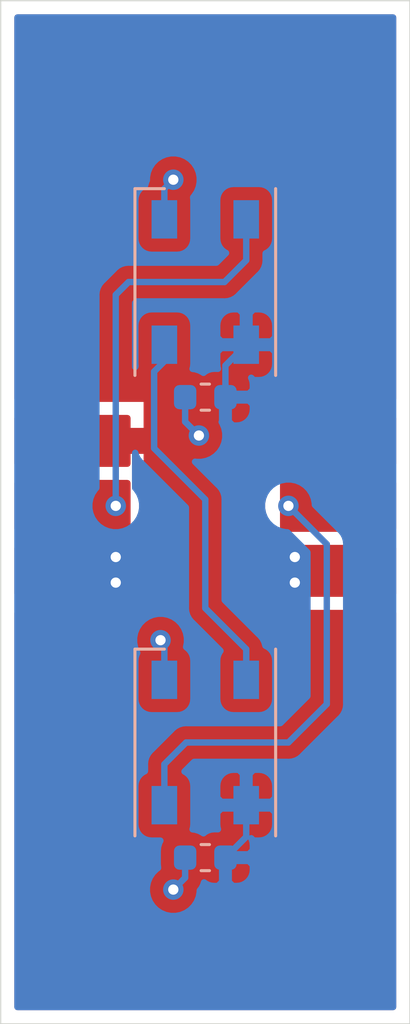
<source format=kicad_pcb>
(kicad_pcb (version 20171130) (host pcbnew "(5.1.6)-1")

  (general
    (thickness 1.6)
    (drawings 12)
    (tracks 40)
    (zones 0)
    (modules 4)
    (nets 6)
  )

  (page A4)
  (layers
    (0 F.Cu signal)
    (31 B.Cu signal)
    (32 B.Adhes user)
    (33 F.Adhes user)
    (34 B.Paste user)
    (35 F.Paste user)
    (36 B.SilkS user)
    (37 F.SilkS user)
    (38 B.Mask user)
    (39 F.Mask user)
    (40 Dwgs.User user hide)
    (41 Cmts.User user)
    (42 Eco1.User user)
    (43 Eco2.User user)
    (44 Edge.Cuts user)
    (45 Margin user)
    (46 B.CrtYd user)
    (47 F.CrtYd user)
    (48 B.Fab user)
    (49 F.Fab user hide)
  )

  (setup
    (last_trace_width 0.25)
    (user_trace_width 0.5)
    (trace_clearance 0.2)
    (zone_clearance 0.508)
    (zone_45_only no)
    (trace_min 0.2)
    (via_size 0.8)
    (via_drill 0.4)
    (via_min_size 0.4)
    (via_min_drill 0.3)
    (uvia_size 0.3)
    (uvia_drill 0.1)
    (uvias_allowed no)
    (uvia_min_size 0.2)
    (uvia_min_drill 0.1)
    (edge_width 0.05)
    (segment_width 0.2)
    (pcb_text_width 0.3)
    (pcb_text_size 1.5 1.5)
    (mod_edge_width 0.12)
    (mod_text_size 1 1)
    (mod_text_width 0.15)
    (pad_size 1.524 1.524)
    (pad_drill 0.762)
    (pad_to_mask_clearance 0.05)
    (aux_axis_origin 0 0)
    (grid_origin 60 38)
    (visible_elements 7FFFFFFF)
    (pcbplotparams
      (layerselection 0x010fc_ffffffff)
      (usegerberextensions false)
      (usegerberattributes true)
      (usegerberadvancedattributes true)
      (creategerberjobfile true)
      (excludeedgelayer true)
      (linewidth 0.100000)
      (plotframeref false)
      (viasonmask false)
      (mode 1)
      (useauxorigin false)
      (hpglpennumber 1)
      (hpglpenspeed 20)
      (hpglpendiameter 15.000000)
      (psnegative false)
      (psa4output false)
      (plotreference true)
      (plotvalue true)
      (plotinvisibletext false)
      (padsonsilk false)
      (subtractmaskfromsilk false)
      (outputformat 1)
      (mirror false)
      (drillshape 1)
      (scaleselection 1)
      (outputdirectory ""))
  )

  (net 0 "")
  (net 1 +5V)
  (net 2 GND)
  (net 3 "Net-(D1-Pad2)")
  (net 4 /DIN)
  (net 5 /DOUT)

  (net_class Default "This is the default net class."
    (clearance 0.2)
    (trace_width 0.25)
    (via_dia 0.8)
    (via_drill 0.4)
    (uvia_dia 0.3)
    (uvia_drill 0.1)
    (add_net +5V)
    (add_net /DIN)
    (add_net /DOUT)
    (add_net GND)
    (add_net "Net-(D1-Pad2)")
  )

  (module LED_SMD:LED_WS2812B_PLCC4_5.0x5.0mm_P3.2mm (layer B.Cu) (tedit 5AA4B285) (tstamp 5F0AD1EB)
    (at 68 67 90)
    (descr https://cdn-shop.adafruit.com/datasheets/WS2812B.pdf)
    (tags "LED RGB NeoPixel")
    (path /5F0AAFAB)
    (attr smd)
    (fp_text reference D2 (at 0 3.5 90) (layer B.SilkS) hide
      (effects (font (size 1 1) (thickness 0.15)) (justify mirror))
    )
    (fp_text value WS2812B (at 0 -4 90) (layer B.Fab)
      (effects (font (size 1 1) (thickness 0.15)) (justify mirror))
    )
    (fp_circle (center 0 0) (end 0 2) (layer B.Fab) (width 0.1))
    (fp_line (start 3.65 -2.75) (end 3.65 -1.6) (layer B.SilkS) (width 0.12))
    (fp_line (start -3.65 -2.75) (end 3.65 -2.75) (layer B.SilkS) (width 0.12))
    (fp_line (start -3.65 2.75) (end 3.65 2.75) (layer B.SilkS) (width 0.12))
    (fp_line (start 2.5 2.5) (end -2.5 2.5) (layer B.Fab) (width 0.1))
    (fp_line (start 2.5 -2.5) (end 2.5 2.5) (layer B.Fab) (width 0.1))
    (fp_line (start -2.5 -2.5) (end 2.5 -2.5) (layer B.Fab) (width 0.1))
    (fp_line (start -2.5 2.5) (end -2.5 -2.5) (layer B.Fab) (width 0.1))
    (fp_line (start 2.5 -1.5) (end 1.5 -2.5) (layer B.Fab) (width 0.1))
    (fp_line (start -3.45 2.75) (end -3.45 -2.75) (layer B.CrtYd) (width 0.05))
    (fp_line (start -3.45 -2.75) (end 3.45 -2.75) (layer B.CrtYd) (width 0.05))
    (fp_line (start 3.45 -2.75) (end 3.45 2.75) (layer B.CrtYd) (width 0.05))
    (fp_line (start 3.45 2.75) (end -3.45 2.75) (layer B.CrtYd) (width 0.05))
    (fp_text user %R (at 0 0 90) (layer B.Fab)
      (effects (font (size 0.8 0.8) (thickness 0.15)) (justify mirror))
    )
    (fp_text user 1 (at -4.15 1.6 90) (layer B.SilkS) hide
      (effects (font (size 1 1) (thickness 0.15)) (justify mirror))
    )
    (pad 1 smd rect (at -2.45 1.6 90) (size 1.5 1) (layers B.Cu B.Paste B.Mask)
      (net 1 +5V))
    (pad 2 smd rect (at -2.45 -1.6 90) (size 1.5 1) (layers B.Cu B.Paste B.Mask)
      (net 5 /DOUT))
    (pad 4 smd rect (at 2.45 1.6 90) (size 1.5 1) (layers B.Cu B.Paste B.Mask)
      (net 3 "Net-(D1-Pad2)"))
    (pad 3 smd rect (at 2.45 -1.6 90) (size 1.5 1) (layers B.Cu B.Paste B.Mask)
      (net 2 GND))
    (model ${KISYS3DMOD}/LED_SMD.3dshapes/LED_WS2812B_PLCC4_5.0x5.0mm_P3.2mm.wrl
      (at (xyz 0 0 0))
      (scale (xyz 1 1 1))
      (rotate (xyz 0 0 0))
    )
  )

  (module LED_SMD:LED_WS2812B_PLCC4_5.0x5.0mm_P3.2mm (layer B.Cu) (tedit 5AA4B285) (tstamp 5F0AD1D4)
    (at 68 49 90)
    (descr https://cdn-shop.adafruit.com/datasheets/WS2812B.pdf)
    (tags "LED RGB NeoPixel")
    (path /5F0A4090)
    (attr smd)
    (fp_text reference D1 (at 0 3.5 -90) (layer B.SilkS) hide
      (effects (font (size 1 1) (thickness 0.15)) (justify mirror))
    )
    (fp_text value WS2812B (at 0 -4 -90) (layer B.Fab)
      (effects (font (size 1 1) (thickness 0.15)) (justify mirror))
    )
    (fp_circle (center 0 0) (end 0 2) (layer B.Fab) (width 0.1))
    (fp_line (start 3.65 -2.75) (end 3.65 -1.6) (layer B.SilkS) (width 0.12))
    (fp_line (start -3.65 -2.75) (end 3.65 -2.75) (layer B.SilkS) (width 0.12))
    (fp_line (start -3.65 2.75) (end 3.65 2.75) (layer B.SilkS) (width 0.12))
    (fp_line (start 2.5 2.5) (end -2.5 2.5) (layer B.Fab) (width 0.1))
    (fp_line (start 2.5 -2.5) (end 2.5 2.5) (layer B.Fab) (width 0.1))
    (fp_line (start -2.5 -2.5) (end 2.5 -2.5) (layer B.Fab) (width 0.1))
    (fp_line (start -2.5 2.5) (end -2.5 -2.5) (layer B.Fab) (width 0.1))
    (fp_line (start 2.5 -1.5) (end 1.5 -2.5) (layer B.Fab) (width 0.1))
    (fp_line (start -3.45 2.75) (end -3.45 -2.75) (layer B.CrtYd) (width 0.05))
    (fp_line (start -3.45 -2.75) (end 3.45 -2.75) (layer B.CrtYd) (width 0.05))
    (fp_line (start 3.45 -2.75) (end 3.45 2.75) (layer B.CrtYd) (width 0.05))
    (fp_line (start 3.45 2.75) (end -3.45 2.75) (layer B.CrtYd) (width 0.05))
    (fp_text user %R (at 0 0 -90) (layer B.Fab)
      (effects (font (size 0.8 0.8) (thickness 0.15)) (justify mirror))
    )
    (fp_text user 1 (at -4 2.25 -90) (layer B.SilkS) hide
      (effects (font (size 1 1) (thickness 0.15)) (justify mirror))
    )
    (pad 1 smd rect (at -2.45 1.6 90) (size 1.5 1) (layers B.Cu B.Paste B.Mask)
      (net 1 +5V))
    (pad 2 smd rect (at -2.45 -1.6 90) (size 1.5 1) (layers B.Cu B.Paste B.Mask)
      (net 3 "Net-(D1-Pad2)"))
    (pad 4 smd rect (at 2.45 1.6 90) (size 1.5 1) (layers B.Cu B.Paste B.Mask)
      (net 4 /DIN))
    (pad 3 smd rect (at 2.45 -1.6 90) (size 1.5 1) (layers B.Cu B.Paste B.Mask)
      (net 2 GND))
    (model ${KISYS3DMOD}/LED_SMD.3dshapes/LED_WS2812B_PLCC4_5.0x5.0mm_P3.2mm.wrl
      (at (xyz 0 0 0))
      (scale (xyz 1 1 1))
      (rotate (xyz 0 0 0))
    )
  )

  (module Capacitor_SMD:C_0603_1608Metric (layer B.Cu) (tedit 5B301BBE) (tstamp 5F3A3256)
    (at 68 53.5)
    (descr "Capacitor SMD 0603 (1608 Metric), square (rectangular) end terminal, IPC_7351 nominal, (Body size source: http://www.tortai-tech.com/upload/download/2011102023233369053.pdf), generated with kicad-footprint-generator")
    (tags capacitor)
    (path /5F0AAFB1)
    (attr smd)
    (fp_text reference C1 (at 0 1.43) (layer B.SilkS) hide
      (effects (font (size 1 1) (thickness 0.15)) (justify mirror))
    )
    (fp_text value C (at 0 -1.43) (layer B.Fab)
      (effects (font (size 1 1) (thickness 0.15)) (justify mirror))
    )
    (fp_line (start 1.48 -0.73) (end -1.48 -0.73) (layer B.CrtYd) (width 0.05))
    (fp_line (start 1.48 0.73) (end 1.48 -0.73) (layer B.CrtYd) (width 0.05))
    (fp_line (start -1.48 0.73) (end 1.48 0.73) (layer B.CrtYd) (width 0.05))
    (fp_line (start -1.48 -0.73) (end -1.48 0.73) (layer B.CrtYd) (width 0.05))
    (fp_line (start -0.162779 -0.51) (end 0.162779 -0.51) (layer B.SilkS) (width 0.12))
    (fp_line (start -0.162779 0.51) (end 0.162779 0.51) (layer B.SilkS) (width 0.12))
    (fp_line (start 0.8 -0.4) (end -0.8 -0.4) (layer B.Fab) (width 0.1))
    (fp_line (start 0.8 0.4) (end 0.8 -0.4) (layer B.Fab) (width 0.1))
    (fp_line (start -0.8 0.4) (end 0.8 0.4) (layer B.Fab) (width 0.1))
    (fp_line (start -0.8 -0.4) (end -0.8 0.4) (layer B.Fab) (width 0.1))
    (fp_text user %R (at 0 0) (layer B.Fab)
      (effects (font (size 0.4 0.4) (thickness 0.06)) (justify mirror))
    )
    (pad 2 smd roundrect (at 0.7875 0) (size 0.875 0.95) (layers B.Cu B.Paste B.Mask) (roundrect_rratio 0.25)
      (net 1 +5V))
    (pad 1 smd roundrect (at -0.7875 0) (size 0.875 0.95) (layers B.Cu B.Paste B.Mask) (roundrect_rratio 0.25)
      (net 2 GND))
    (model ${KISYS3DMOD}/Capacitor_SMD.3dshapes/C_0603_1608Metric.wrl
      (at (xyz 0 0 0))
      (scale (xyz 1 1 1))
      (rotate (xyz 0 0 0))
    )
  )

  (module Capacitor_SMD:C_0603_1608Metric (layer B.Cu) (tedit 5B301BBE) (tstamp 5F3A2822)
    (at 68 71.5)
    (descr "Capacitor SMD 0603 (1608 Metric), square (rectangular) end terminal, IPC_7351 nominal, (Body size source: http://www.tortai-tech.com/upload/download/2011102023233369053.pdf), generated with kicad-footprint-generator")
    (tags capacitor)
    (path /5F0A4187)
    (attr smd)
    (fp_text reference C2 (at 0 1.43) (layer B.SilkS) hide
      (effects (font (size 1 1) (thickness 0.15)) (justify mirror))
    )
    (fp_text value C (at 0 -1.43) (layer B.Fab)
      (effects (font (size 1 1) (thickness 0.15)) (justify mirror))
    )
    (fp_line (start 1.48 -0.73) (end -1.48 -0.73) (layer B.CrtYd) (width 0.05))
    (fp_line (start 1.48 0.73) (end 1.48 -0.73) (layer B.CrtYd) (width 0.05))
    (fp_line (start -1.48 0.73) (end 1.48 0.73) (layer B.CrtYd) (width 0.05))
    (fp_line (start -1.48 -0.73) (end -1.48 0.73) (layer B.CrtYd) (width 0.05))
    (fp_line (start -0.162779 -0.51) (end 0.162779 -0.51) (layer B.SilkS) (width 0.12))
    (fp_line (start -0.162779 0.51) (end 0.162779 0.51) (layer B.SilkS) (width 0.12))
    (fp_line (start 0.8 -0.4) (end -0.8 -0.4) (layer B.Fab) (width 0.1))
    (fp_line (start 0.8 0.4) (end 0.8 -0.4) (layer B.Fab) (width 0.1))
    (fp_line (start -0.8 0.4) (end 0.8 0.4) (layer B.Fab) (width 0.1))
    (fp_line (start -0.8 -0.4) (end -0.8 0.4) (layer B.Fab) (width 0.1))
    (fp_text user %R (at 0 0) (layer B.Fab)
      (effects (font (size 0.4 0.4) (thickness 0.06)) (justify mirror))
    )
    (pad 2 smd roundrect (at 0.7875 0) (size 0.875 0.95) (layers B.Cu B.Paste B.Mask) (roundrect_rratio 0.25)
      (net 1 +5V))
    (pad 1 smd roundrect (at -0.7875 0) (size 0.875 0.95) (layers B.Cu B.Paste B.Mask) (roundrect_rratio 0.25)
      (net 2 GND))
    (model ${KISYS3DMOD}/Capacitor_SMD.3dshapes/C_0603_1608Metric.wrl
      (at (xyz 0 0 0))
      (scale (xyz 1 1 1))
      (rotate (xyz 0 0 0))
    )
  )

  (gr_line (start 60 78) (end 76 38) (layer Dwgs.User) (width 0.15))
  (gr_line (start 60 38) (end 76 78) (layer Dwgs.User) (width 0.15))
  (dimension 16 (width 0.15) (layer Dwgs.User)
    (gr_text "16,000 mm" (at 68 33.7) (layer Dwgs.User)
      (effects (font (size 1 1) (thickness 0.15)))
    )
    (feature1 (pts (xy 76 38) (xy 76 34.413579)))
    (feature2 (pts (xy 60 38) (xy 60 34.413579)))
    (crossbar (pts (xy 60 35) (xy 76 35)))
    (arrow1a (pts (xy 76 35) (xy 74.873496 35.586421)))
    (arrow1b (pts (xy 76 35) (xy 74.873496 34.413579)))
    (arrow2a (pts (xy 60 35) (xy 61.126504 35.586421)))
    (arrow2b (pts (xy 60 35) (xy 61.126504 34.413579)))
  )
  (gr_line (start 76 38) (end 60 38) (layer Edge.Cuts) (width 0.05) (tstamp 5F0AD398))
  (gr_line (start 76 78) (end 76 38) (layer Edge.Cuts) (width 0.05))
  (gr_line (start 60 78) (end 76 78) (layer Edge.Cuts) (width 0.05))
  (gr_line (start 60 38) (end 60 78) (layer Edge.Cuts) (width 0.05) (tstamp 5F3A25DF))
  (dimension 40 (width 0.15) (layer Dwgs.User) (tstamp 5F3A280E)
    (gr_text "40,000 mm" (at 50.7 58 270) (layer Dwgs.User) (tstamp 5F3A280E)
      (effects (font (size 1 1) (thickness 0.15)))
    )
    (feature1 (pts (xy 68 78) (xy 51.413579 78)))
    (feature2 (pts (xy 68 38) (xy 51.413579 38)))
    (crossbar (pts (xy 52 38) (xy 52 78)))
    (arrow1a (pts (xy 52 78) (xy 51.413579 76.873496)))
    (arrow1b (pts (xy 52 78) (xy 52.586421 76.873496)))
    (arrow2a (pts (xy 52 38) (xy 51.413579 39.126504)))
    (arrow2b (pts (xy 52 38) (xy 52.586421 39.126504)))
  )
  (gr_circle (center 68 49) (end 71 49) (layer Dwgs.User) (width 0.15))
  (gr_circle (center 68 67) (end 71 67) (layer Dwgs.User) (width 0.15))
  (dimension 18 (width 0.15) (layer Dwgs.User) (tstamp 5F3A25CE)
    (gr_text "18,000 mm" (at 59.7 58 270) (layer Dwgs.User) (tstamp 5F3A25CE)
      (effects (font (size 1 1) (thickness 0.15)))
    )
    (feature1 (pts (xy 68 67) (xy 60.413579 67)))
    (feature2 (pts (xy 68 49) (xy 60.413579 49)))
    (crossbar (pts (xy 61 49) (xy 61 67)))
    (arrow1a (pts (xy 61 67) (xy 60.413579 65.873496)))
    (arrow1b (pts (xy 61 67) (xy 61.586421 65.873496)))
    (arrow2a (pts (xy 61 49) (xy 60.413579 50.126504)))
    (arrow2b (pts (xy 61 49) (xy 61.586421 50.126504)))
  )
  (dimension 24 (width 0.15) (layer Dwgs.User) (tstamp 5F3A25D4)
    (gr_text "24,000 mm" (at 55.7 58 270) (layer Dwgs.User) (tstamp 5F3A25D4)
      (effects (font (size 1 1) (thickness 0.15)))
    )
    (feature1 (pts (xy 68 70) (xy 56.413579 70)))
    (feature2 (pts (xy 68 46) (xy 56.413579 46)))
    (crossbar (pts (xy 57 46) (xy 57 70)))
    (arrow1a (pts (xy 57 70) (xy 56.413579 68.873496)))
    (arrow1b (pts (xy 57 70) (xy 57.586421 68.873496)))
    (arrow2a (pts (xy 57 46) (xy 56.413579 47.126504)))
    (arrow2b (pts (xy 57 46) (xy 57.586421 47.126504)))
  )

  (via (at 64.5 59.75) (size 0.8) (drill 0.4) (layers F.Cu B.Cu) (net 1))
  (via (at 64.5 60.75) (size 0.8) (drill 0.4) (layers F.Cu B.Cu) (net 1))
  (via (at 71.5 59.75) (size 0.8) (drill 0.4) (layers F.Cu B.Cu) (net 1))
  (via (at 71.5 60.75) (size 0.8) (drill 0.4) (layers F.Cu B.Cu) (net 1))
  (segment (start 69.6 70.6875) (end 69.6 69.45) (width 0.25) (layer B.Cu) (net 1))
  (segment (start 68.7875 71.5) (end 69.6 70.6875) (width 0.25) (layer B.Cu) (net 1))
  (segment (start 68.7875 52.2625) (end 68.7875 53.5) (width 0.25) (layer B.Cu) (net 1))
  (segment (start 69.6 51.45) (end 68.7875 52.2625) (width 0.25) (layer B.Cu) (net 1))
  (via (at 66.75 72.75) (size 0.8) (drill 0.4) (layers F.Cu B.Cu) (net 2))
  (segment (start 67.2125 71.5) (end 67.2125 72.2875) (width 0.25) (layer B.Cu) (net 2))
  (segment (start 67.2125 72.2875) (end 66.75 72.75) (width 0.25) (layer B.Cu) (net 2))
  (via (at 66.75 45) (size 0.8) (drill 0.4) (layers F.Cu B.Cu) (net 2))
  (segment (start 66.4 46.55) (end 66.4 45.35) (width 0.25) (layer B.Cu) (net 2))
  (segment (start 66.4 45.35) (end 66.75 45) (width 0.25) (layer B.Cu) (net 2))
  (via (at 66.25 63) (size 0.8) (drill 0.4) (layers F.Cu B.Cu) (net 2))
  (segment (start 66.4 64.55) (end 66.4 63.15) (width 0.25) (layer B.Cu) (net 2))
  (segment (start 66.4 63.15) (end 66.25 63) (width 0.25) (layer B.Cu) (net 2))
  (via (at 67.75 55) (size 0.8) (drill 0.4) (layers F.Cu B.Cu) (net 2))
  (segment (start 67.2125 53.5) (end 67.2125 54.4625) (width 0.25) (layer B.Cu) (net 2))
  (segment (start 67.2125 54.4625) (end 67.75 55) (width 0.25) (layer B.Cu) (net 2))
  (segment (start 68 61.75) (end 69.6 63.35) (width 0.25) (layer B.Cu) (net 3))
  (segment (start 66.4 52.1) (end 66 52.5) (width 0.25) (layer B.Cu) (net 3))
  (segment (start 69.6 63.35) (end 69.6 64.55) (width 0.25) (layer B.Cu) (net 3))
  (segment (start 66.4 51.45) (end 66.4 52.1) (width 0.25) (layer B.Cu) (net 3))
  (segment (start 66 52.5) (end 66 55.5) (width 0.25) (layer B.Cu) (net 3))
  (segment (start 68 57.5) (end 68 61.75) (width 0.25) (layer B.Cu) (net 3))
  (segment (start 66 55.5) (end 68 57.5) (width 0.25) (layer B.Cu) (net 3))
  (via (at 64.5 57.75) (size 0.8) (drill 0.4) (layers F.Cu B.Cu) (net 4))
  (segment (start 64.5 57.75) (end 64.5 49.5) (width 0.25) (layer B.Cu) (net 4))
  (segment (start 64.5 49.5) (end 65 49) (width 0.25) (layer B.Cu) (net 4))
  (segment (start 65 49) (end 68.75 49) (width 0.25) (layer B.Cu) (net 4))
  (segment (start 69.6 48.15) (end 69.6 46.55) (width 0.25) (layer B.Cu) (net 4))
  (segment (start 68.75 49) (end 69.6 48.15) (width 0.25) (layer B.Cu) (net 4))
  (segment (start 66.4 69.45) (end 66.4 67.85) (width 0.25) (layer B.Cu) (net 5))
  (segment (start 66.4 67.85) (end 67.25 67) (width 0.25) (layer B.Cu) (net 5))
  (segment (start 67.25 67) (end 71.25 67) (width 0.25) (layer B.Cu) (net 5))
  (segment (start 71.25 67) (end 72.75 65.5) (width 0.25) (layer B.Cu) (net 5))
  (segment (start 72.75 65.5) (end 72.75 59.25) (width 0.25) (layer B.Cu) (net 5))
  (segment (start 72.75 59.25) (end 71.25 57.75) (width 0.25) (layer B.Cu) (net 5))
  (via (at 71.25 57.75) (size 0.8) (drill 0.4) (layers F.Cu B.Cu) (net 5))

  (zone (net 0) (net_name "") (layer F.Mask) (tstamp 5F3A25E5) (hatch edge 0.508)
    (connect_pads (clearance 0.508))
    (min_thickness 0.254)
    (fill yes (arc_segments 32) (thermal_gap 0.508) (thermal_bridge_width 0.508))
    (polygon
      (pts
        (xy 64.064 58.766) (xy 60.508 58.766) (xy 60.508 56.734) (xy 64.064 56.734)
      )
    )
    (filled_polygon
      (pts
        (xy 63.937 58.639) (xy 60.635 58.639) (xy 60.635 56.861) (xy 63.937 56.861)
      )
    )
  )
  (zone (net 0) (net_name "") (layer F.Mask) (tstamp 5F3A25EE) (hatch edge 0.508)
    (connect_pads (clearance 0.508))
    (min_thickness 0.254)
    (fill yes (arc_segments 32) (thermal_gap 0.508) (thermal_bridge_width 0.508))
    (polygon
      (pts
        (xy 64.064 56.226) (xy 60.508 56.226) (xy 60.508 54.194) (xy 64.064 54.194)
      )
    )
    (filled_polygon
      (pts
        (xy 63.937 56.099) (xy 60.635 56.099) (xy 60.635 54.321) (xy 63.937 54.321)
      )
    )
  )
  (zone (net 4) (net_name /DIN) (layer F.Cu) (tstamp 5F3A25F7) (hatch edge 0.508)
    (priority 1)
    (connect_pads (clearance 0.508))
    (min_thickness 0.254)
    (fill yes (arc_segments 32) (thermal_gap 0.508) (thermal_bridge_width 0.508))
    (polygon
      (pts
        (xy 65.08 58.766) (xy 60 58.766) (xy 60 56.734) (xy 65.08 56.734)
      )
    )
    (filled_polygon
      (pts
        (xy 64.953 58.639) (xy 60.66 58.639) (xy 60.66 56.861) (xy 64.953 56.861)
      )
    )
  )
  (zone (net 0) (net_name "") (layer F.Cu) (tstamp 5F3A25F1) (hatch edge 0.508)
    (connect_pads (clearance 0.508))
    (min_thickness 0.254)
    (keepout (tracks not_allowed) (vias not_allowed) (copperpour not_allowed))
    (fill (arc_segments 32) (thermal_gap 0.508) (thermal_bridge_width 0.508))
    (polygon
      (pts
        (xy 65.588 54.702) (xy 65.08 54.702) (xy 65.08 54.194) (xy 63.302 54.194) (xy 63.302 53.686)
        (xy 65.588 53.686)
      )
    )
  )
  (zone (net 0) (net_name "") (layer F.Mask) (tstamp 5F3A25EB) (hatch edge 0.508)
    (connect_pads (clearance 0.508))
    (min_thickness 0.254)
    (fill yes (arc_segments 32) (thermal_gap 0.508) (thermal_bridge_width 0.508))
    (polygon
      (pts
        (xy 64.064 61.306) (xy 60.508 61.306) (xy 60.508 59.274) (xy 64.064 59.274)
      )
    )
    (filled_polygon
      (pts
        (xy 63.937 61.179) (xy 60.635 61.179) (xy 60.635 59.401) (xy 63.937 59.401)
      )
    )
  )
  (zone (net 0) (net_name "") (layer F.Cu) (tstamp 5F3A25E8) (hatch edge 0.508)
    (connect_pads (clearance 0.508))
    (min_thickness 0.254)
    (keepout (tracks not_allowed) (vias not_allowed) (copperpour not_allowed))
    (fill (arc_segments 32) (thermal_gap 0.508) (thermal_bridge_width 0.508))
    (polygon
      (pts
        (xy 65.588 56.734) (xy 60 56.734) (xy 60 56.226) (xy 65.08 56.226) (xy 65.08 55.718)
        (xy 65.588 55.718)
      )
    )
  )
  (zone (net 0) (net_name "") (layer F.Cu) (tstamp 5F3A25F4) (hatch edge 0.508)
    (connect_pads (clearance 0.508))
    (min_thickness 0.254)
    (keepout (tracks not_allowed) (vias not_allowed) (copperpour not_allowed))
    (fill (arc_segments 32) (thermal_gap 0.508) (thermal_bridge_width 0.508))
    (polygon
      (pts
        (xy 61.778 54.194) (xy 60 54.194) (xy 60 53.686) (xy 61.778 53.686)
      )
    )
  )
  (zone (net 0) (net_name "") (layer F.Cu) (tstamp 5F3A246F) (hatch edge 0.508)
    (connect_pads (clearance 0.508))
    (min_thickness 0.254)
    (keepout (tracks not_allowed) (vias not_allowed) (copperpour not_allowed))
    (fill (arc_segments 32) (thermal_gap 0.508) (thermal_bridge_width 0.508))
    (polygon
      (pts
        (xy 70.92 56.226) (xy 76 56.226) (xy 76 56.734) (xy 70.412 56.734) (xy 70.412 55.718)
        (xy 70.92 55.718)
      )
    )
  )
  (zone (net 0) (net_name "") (layer F.Cu) (tstamp 5F3A24B8) (hatch edge 0.508)
    (connect_pads (clearance 0.508))
    (min_thickness 0.254)
    (keepout (tracks not_allowed) (vias not_allowed) (copperpour not_allowed))
    (fill (arc_segments 32) (thermal_gap 0.508) (thermal_bridge_width 0.508))
    (polygon
      (pts
        (xy 72.698 54.194) (xy 70.92 54.194) (xy 70.92 54.702) (xy 70.412 54.702) (xy 70.412 53.686)
        (xy 72.698 53.686)
      )
    )
  )
  (zone (net 0) (net_name "") (layer F.Cu) (tstamp 5F3A246D) (hatch edge 0.508)
    (connect_pads (clearance 0.508))
    (min_thickness 0.254)
    (keepout (tracks not_allowed) (vias not_allowed) (copperpour not_allowed))
    (fill (arc_segments 32) (thermal_gap 0.508) (thermal_bridge_width 0.508))
    (polygon
      (pts
        (xy 76 54.194) (xy 74.222 54.194) (xy 74.222 53.686) (xy 76 53.686)
      )
    )
  )
  (zone (net 0) (net_name "") (layer F.Mask) (tstamp 5F3A24BE) (hatch edge 0.508)
    (connect_pads (clearance 0.508))
    (min_thickness 0.254)
    (fill yes (arc_segments 32) (thermal_gap 0.508) (thermal_bridge_width 0.508))
    (polygon
      (pts
        (xy 71.936 59.274) (xy 75.492 59.274) (xy 75.492 61.306) (xy 71.936 61.306)
      )
    )
    (filled_polygon
      (pts
        (xy 75.365 61.179) (xy 72.063 61.179) (xy 72.063 59.401) (xy 75.365 59.401)
      )
    )
  )
  (zone (net 0) (net_name "") (layer F.Mask) (tstamp 5F3A24BB) (hatch edge 0.508)
    (connect_pads (clearance 0.508))
    (min_thickness 0.254)
    (fill yes (arc_segments 32) (thermal_gap 0.508) (thermal_bridge_width 0.508))
    (polygon
      (pts
        (xy 71.936 54.194) (xy 75.492 54.194) (xy 75.492 56.226) (xy 71.936 56.226)
      )
    )
    (filled_polygon
      (pts
        (xy 75.365 56.099) (xy 72.063 56.099) (xy 72.063 54.321) (xy 75.365 54.321)
      )
    )
  )
  (zone (net 0) (net_name "") (layer F.Mask) (tstamp 5F3A24B5) (hatch edge 0.508)
    (connect_pads (clearance 0.508))
    (min_thickness 0.254)
    (fill yes (arc_segments 32) (thermal_gap 0.508) (thermal_bridge_width 0.508))
    (polygon
      (pts
        (xy 71.936 56.734) (xy 75.492 56.734) (xy 75.492 58.766) (xy 71.936 58.766)
      )
    )
    (filled_polygon
      (pts
        (xy 75.365 58.639) (xy 72.063 58.639) (xy 72.063 56.861) (xy 75.365 56.861)
      )
    )
  )
  (zone (net 5) (net_name /DOUT) (layer F.Cu) (tstamp 5F3A2469) (hatch edge 0.508)
    (priority 1)
    (connect_pads (clearance 0.508))
    (min_thickness 0.254)
    (fill yes (arc_segments 32) (thermal_gap 0.508) (thermal_bridge_width 0.508))
    (polygon
      (pts
        (xy 70.92 56.734) (xy 76 56.734) (xy 76 58.766) (xy 70.92 58.766)
      )
    )
    (filled_polygon
      (pts
        (xy 75.340001 58.639) (xy 71.047 58.639) (xy 71.047 56.861) (xy 75.340001 56.861)
      )
    )
  )
  (zone (net 1) (net_name +5V) (layer F.Cu) (tstamp 5F3A2468) (hatch edge 0.508)
    (priority 1)
    (connect_pads (clearance 0.508))
    (min_thickness 0.254)
    (fill yes (arc_segments 32) (thermal_gap 0.508) (thermal_bridge_width 0.508))
    (polygon
      (pts
        (xy 70.92 59.274) (xy 76 59.274) (xy 76 61.306) (xy 70.92 61.306)
      )
    )
    (filled_polygon
      (pts
        (xy 75.34 61.179) (xy 71.047 61.179) (xy 71.047 59.401) (xy 75.34 59.401)
      )
    )
  )
  (zone (net 1) (net_name +5V) (layer F.Cu) (tstamp 5F3A25E2) (hatch edge 0.508)
    (priority 1)
    (connect_pads (clearance 0.508))
    (min_thickness 0.254)
    (fill yes (arc_segments 32) (thermal_gap 0.508) (thermal_bridge_width 0.508))
    (polygon
      (pts
        (xy 65.08 61.306) (xy 60 61.306) (xy 60 59.274) (xy 65.08 59.274)
      )
    )
    (filled_polygon
      (pts
        (xy 64.953 61.179) (xy 60.66 61.179) (xy 60.66 59.401) (xy 64.953 59.401)
      )
    )
  )
  (zone (net 2) (net_name GND) (layer F.Cu) (tstamp 0) (hatch edge 0.508)
    (connect_pads (clearance 0.508))
    (min_thickness 0.254)
    (fill yes (arc_segments 32) (thermal_gap 0.508) (thermal_bridge_width 0.508))
    (polygon
      (pts
        (xy 76 78) (xy 60 78) (xy 60 38) (xy 76 38)
      )
    )
    (filled_polygon
      (pts
        (xy 75.340001 53.559) (xy 74.222 53.559) (xy 74.197224 53.56144) (xy 74.173399 53.568667) (xy 74.151443 53.580403)
        (xy 74.132197 53.596197) (xy 74.116403 53.615443) (xy 74.104667 53.637399) (xy 74.09744 53.661224) (xy 74.095 53.686)
        (xy 74.095 54.194) (xy 74.09744 54.218776) (xy 74.104667 54.242601) (xy 74.116403 54.264557) (xy 74.132197 54.283803)
        (xy 74.151443 54.299597) (xy 74.173399 54.311333) (xy 74.197224 54.31856) (xy 74.222 54.321) (xy 75.340001 54.321)
        (xy 75.340001 56.099) (xy 71.047 56.099) (xy 71.047 55.718) (xy 71.04456 55.693224) (xy 71.037333 55.669399)
        (xy 71.025597 55.647443) (xy 71.009803 55.628197) (xy 70.990557 55.612403) (xy 70.968601 55.600667) (xy 70.944776 55.59344)
        (xy 70.92 55.591) (xy 70.412 55.591) (xy 70.387224 55.59344) (xy 70.363399 55.600667) (xy 70.341443 55.612403)
        (xy 70.322197 55.628197) (xy 70.306403 55.647443) (xy 70.294667 55.669399) (xy 70.28744 55.693224) (xy 70.285 55.718)
        (xy 70.285 57.375131) (xy 70.254774 57.448102) (xy 70.215 57.648061) (xy 70.215 57.851939) (xy 70.254774 58.051898)
        (xy 70.285 58.124869) (xy 70.285 58.766) (xy 70.297201 58.889882) (xy 70.333336 59.009004) (xy 70.339214 59.02)
        (xy 70.333336 59.030996) (xy 70.297201 59.150118) (xy 70.285 59.274) (xy 70.285 61.306) (xy 70.297201 61.429882)
        (xy 70.333336 61.549004) (xy 70.392017 61.658787) (xy 70.470987 61.755013) (xy 70.567213 61.833983) (xy 70.676996 61.892664)
        (xy 70.796118 61.928799) (xy 70.92 61.941) (xy 75.34 61.941) (xy 75.34 77.34) (xy 60.66 77.34)
        (xy 60.66 61.941) (xy 65.08 61.941) (xy 65.203882 61.928799) (xy 65.323004 61.892664) (xy 65.432787 61.833983)
        (xy 65.529013 61.755013) (xy 65.607983 61.658787) (xy 65.666664 61.549004) (xy 65.702799 61.429882) (xy 65.715 61.306)
        (xy 65.715 59.274) (xy 65.702799 59.150118) (xy 65.666664 59.030996) (xy 65.660786 59.02) (xy 65.666664 59.009004)
        (xy 65.702799 58.889882) (xy 65.715 58.766) (xy 65.715 55.718) (xy 65.71256 55.693224) (xy 65.705333 55.669399)
        (xy 65.693597 55.647443) (xy 65.677803 55.628197) (xy 65.658557 55.612403) (xy 65.636601 55.600667) (xy 65.612776 55.59344)
        (xy 65.588 55.591) (xy 65.08 55.591) (xy 65.055224 55.59344) (xy 65.031399 55.600667) (xy 65.009443 55.612403)
        (xy 64.990197 55.628197) (xy 64.974403 55.647443) (xy 64.962667 55.669399) (xy 64.95544 55.693224) (xy 64.953 55.718)
        (xy 64.953 56.099) (xy 60.66 56.099) (xy 60.66 54.321) (xy 61.778 54.321) (xy 61.802776 54.31856)
        (xy 61.826601 54.311333) (xy 61.848557 54.299597) (xy 61.867803 54.283803) (xy 61.883597 54.264557) (xy 61.895333 54.242601)
        (xy 61.90256 54.218776) (xy 61.905 54.194) (xy 61.905 53.686) (xy 63.175 53.686) (xy 63.175 54.194)
        (xy 63.17744 54.218776) (xy 63.184667 54.242601) (xy 63.196403 54.264557) (xy 63.212197 54.283803) (xy 63.231443 54.299597)
        (xy 63.253399 54.311333) (xy 63.277224 54.31856) (xy 63.302 54.321) (xy 64.953 54.321) (xy 64.953 54.702)
        (xy 64.95544 54.726776) (xy 64.962667 54.750601) (xy 64.974403 54.772557) (xy 64.990197 54.791803) (xy 65.009443 54.807597)
        (xy 65.031399 54.819333) (xy 65.055224 54.82656) (xy 65.08 54.829) (xy 65.588 54.829) (xy 65.612776 54.82656)
        (xy 65.636601 54.819333) (xy 65.658557 54.807597) (xy 65.677803 54.791803) (xy 65.693597 54.772557) (xy 65.705333 54.750601)
        (xy 65.71256 54.726776) (xy 65.715 54.702) (xy 65.715 53.686) (xy 70.285 53.686) (xy 70.285 54.702)
        (xy 70.28744 54.726776) (xy 70.294667 54.750601) (xy 70.306403 54.772557) (xy 70.322197 54.791803) (xy 70.341443 54.807597)
        (xy 70.363399 54.819333) (xy 70.387224 54.82656) (xy 70.412 54.829) (xy 70.92 54.829) (xy 70.944776 54.82656)
        (xy 70.968601 54.819333) (xy 70.990557 54.807597) (xy 71.009803 54.791803) (xy 71.025597 54.772557) (xy 71.037333 54.750601)
        (xy 71.04456 54.726776) (xy 71.047 54.702) (xy 71.047 54.321) (xy 72.698 54.321) (xy 72.722776 54.31856)
        (xy 72.746601 54.311333) (xy 72.768557 54.299597) (xy 72.787803 54.283803) (xy 72.803597 54.264557) (xy 72.815333 54.242601)
        (xy 72.82256 54.218776) (xy 72.825 54.194) (xy 72.825 53.686) (xy 72.82256 53.661224) (xy 72.815333 53.637399)
        (xy 72.803597 53.615443) (xy 72.787803 53.596197) (xy 72.768557 53.580403) (xy 72.746601 53.568667) (xy 72.722776 53.56144)
        (xy 72.698 53.559) (xy 70.412 53.559) (xy 70.387224 53.56144) (xy 70.363399 53.568667) (xy 70.341443 53.580403)
        (xy 70.322197 53.596197) (xy 70.306403 53.615443) (xy 70.294667 53.637399) (xy 70.28744 53.661224) (xy 70.285 53.686)
        (xy 65.715 53.686) (xy 65.71256 53.661224) (xy 65.705333 53.637399) (xy 65.693597 53.615443) (xy 65.677803 53.596197)
        (xy 65.658557 53.580403) (xy 65.636601 53.568667) (xy 65.612776 53.56144) (xy 65.588 53.559) (xy 63.302 53.559)
        (xy 63.277224 53.56144) (xy 63.253399 53.568667) (xy 63.231443 53.580403) (xy 63.212197 53.596197) (xy 63.196403 53.615443)
        (xy 63.184667 53.637399) (xy 63.17744 53.661224) (xy 63.175 53.686) (xy 61.905 53.686) (xy 61.90256 53.661224)
        (xy 61.895333 53.637399) (xy 61.883597 53.615443) (xy 61.867803 53.596197) (xy 61.848557 53.580403) (xy 61.826601 53.568667)
        (xy 61.802776 53.56144) (xy 61.778 53.559) (xy 60.66 53.559) (xy 60.66 38.66) (xy 75.340001 38.66)
      )
    )
  )
  (zone (net 1) (net_name +5V) (layer B.Cu) (tstamp 0) (hatch edge 0.508)
    (connect_pads (clearance 0.508))
    (min_thickness 0.254)
    (fill yes (arc_segments 32) (thermal_gap 0.508) (thermal_bridge_width 0.508))
    (polygon
      (pts
        (xy 76 78) (xy 60 78) (xy 60 38) (xy 76 38)
      )
    )
    (filled_polygon
      (pts
        (xy 75.34 77.34) (xy 60.66 77.34) (xy 60.66 68.7) (xy 65.261928 68.7) (xy 65.261928 70.2)
        (xy 65.274188 70.324482) (xy 65.310498 70.44418) (xy 65.369463 70.554494) (xy 65.448815 70.651185) (xy 65.545506 70.730537)
        (xy 65.65582 70.789502) (xy 65.775518 70.825812) (xy 65.9 70.838072) (xy 66.243728 70.838072) (xy 66.20215 70.915858)
        (xy 66.153392 71.076592) (xy 66.136928 71.24375) (xy 66.136928 71.75625) (xy 66.151585 71.905064) (xy 66.090226 71.946063)
        (xy 65.946063 72.090226) (xy 65.832795 72.259744) (xy 65.754774 72.448102) (xy 65.715 72.648061) (xy 65.715 72.851939)
        (xy 65.754774 73.051898) (xy 65.832795 73.240256) (xy 65.946063 73.409774) (xy 66.090226 73.553937) (xy 66.259744 73.667205)
        (xy 66.448102 73.745226) (xy 66.648061 73.785) (xy 66.851939 73.785) (xy 67.051898 73.745226) (xy 67.240256 73.667205)
        (xy 67.409774 73.553937) (xy 67.553937 73.409774) (xy 67.667205 73.240256) (xy 67.745226 73.051898) (xy 67.785 72.851939)
        (xy 67.785 72.787901) (xy 67.847474 72.711776) (xy 67.918046 72.579747) (xy 67.95151 72.46943) (xy 67.995506 72.505537)
        (xy 68.10582 72.564502) (xy 68.225518 72.600812) (xy 68.35 72.613072) (xy 68.50175 72.61) (xy 68.6605 72.45125)
        (xy 68.6605 71.627) (xy 68.9145 71.627) (xy 68.9145 72.45125) (xy 69.07325 72.61) (xy 69.225 72.613072)
        (xy 69.349482 72.600812) (xy 69.46918 72.564502) (xy 69.579494 72.505537) (xy 69.676185 72.426185) (xy 69.755537 72.329494)
        (xy 69.814502 72.21918) (xy 69.850812 72.099482) (xy 69.863072 71.975) (xy 69.86 71.78575) (xy 69.70125 71.627)
        (xy 68.9145 71.627) (xy 68.6605 71.627) (xy 68.6405 71.627) (xy 68.6405 71.373) (xy 68.6605 71.373)
        (xy 68.6605 71.353) (xy 68.9145 71.353) (xy 68.9145 71.373) (xy 69.70125 71.373) (xy 69.86 71.21425)
        (xy 69.863072 71.025) (xy 69.850812 70.900518) (xy 69.814502 70.78082) (xy 69.794903 70.744153) (xy 69.88575 70.835)
        (xy 70.1 70.838072) (xy 70.224482 70.825812) (xy 70.34418 70.789502) (xy 70.454494 70.730537) (xy 70.551185 70.651185)
        (xy 70.630537 70.554494) (xy 70.689502 70.44418) (xy 70.725812 70.324482) (xy 70.738072 70.2) (xy 70.735 69.73575)
        (xy 70.57625 69.577) (xy 69.727 69.577) (xy 69.727 69.597) (xy 69.473 69.597) (xy 69.473 69.577)
        (xy 68.62375 69.577) (xy 68.465 69.73575) (xy 68.461928 70.2) (xy 68.474188 70.324482) (xy 68.494015 70.389843)
        (xy 68.35 70.386928) (xy 68.225518 70.399188) (xy 68.10582 70.435498) (xy 67.995506 70.494463) (xy 67.92893 70.5491)
        (xy 67.907275 70.531329) (xy 67.759142 70.45215) (xy 67.598408 70.403392) (xy 67.504675 70.39416) (xy 67.525812 70.324482)
        (xy 67.538072 70.2) (xy 67.538072 68.7) (xy 68.461928 68.7) (xy 68.465 69.16425) (xy 68.62375 69.323)
        (xy 69.473 69.323) (xy 69.473 68.22375) (xy 69.727 68.22375) (xy 69.727 69.323) (xy 70.57625 69.323)
        (xy 70.735 69.16425) (xy 70.738072 68.7) (xy 70.725812 68.575518) (xy 70.689502 68.45582) (xy 70.630537 68.345506)
        (xy 70.551185 68.248815) (xy 70.454494 68.169463) (xy 70.34418 68.110498) (xy 70.224482 68.074188) (xy 70.1 68.061928)
        (xy 69.88575 68.065) (xy 69.727 68.22375) (xy 69.473 68.22375) (xy 69.31425 68.065) (xy 69.1 68.061928)
        (xy 68.975518 68.074188) (xy 68.85582 68.110498) (xy 68.745506 68.169463) (xy 68.648815 68.248815) (xy 68.569463 68.345506)
        (xy 68.510498 68.45582) (xy 68.474188 68.575518) (xy 68.461928 68.7) (xy 67.538072 68.7) (xy 67.525812 68.575518)
        (xy 67.489502 68.45582) (xy 67.430537 68.345506) (xy 67.351185 68.248815) (xy 67.254494 68.169463) (xy 67.189877 68.134924)
        (xy 67.564802 67.76) (xy 71.212678 67.76) (xy 71.25 67.763676) (xy 71.287322 67.76) (xy 71.287333 67.76)
        (xy 71.398986 67.749003) (xy 71.542247 67.705546) (xy 71.674276 67.634974) (xy 71.790001 67.540001) (xy 71.813804 67.510997)
        (xy 73.261004 66.063798) (xy 73.290001 66.040001) (xy 73.384974 65.924276) (xy 73.455546 65.792247) (xy 73.499003 65.648986)
        (xy 73.51 65.537333) (xy 73.51 65.537324) (xy 73.513676 65.500001) (xy 73.51 65.462678) (xy 73.51 59.287322)
        (xy 73.513676 59.249999) (xy 73.51 59.212676) (xy 73.51 59.212667) (xy 73.499003 59.101014) (xy 73.455546 58.957753)
        (xy 73.384974 58.825724) (xy 73.290001 58.709999) (xy 73.261003 58.686201) (xy 72.285 57.710199) (xy 72.285 57.648061)
        (xy 72.245226 57.448102) (xy 72.167205 57.259744) (xy 72.053937 57.090226) (xy 71.909774 56.946063) (xy 71.740256 56.832795)
        (xy 71.551898 56.754774) (xy 71.351939 56.715) (xy 71.148061 56.715) (xy 70.948102 56.754774) (xy 70.759744 56.832795)
        (xy 70.590226 56.946063) (xy 70.446063 57.090226) (xy 70.332795 57.259744) (xy 70.254774 57.448102) (xy 70.215 57.648061)
        (xy 70.215 57.851939) (xy 70.254774 58.051898) (xy 70.332795 58.240256) (xy 70.446063 58.409774) (xy 70.590226 58.553937)
        (xy 70.759744 58.667205) (xy 70.948102 58.745226) (xy 71.148061 58.785) (xy 71.210199 58.785) (xy 71.990001 59.564803)
        (xy 71.99 65.185198) (xy 70.935199 66.24) (xy 67.287333 66.24) (xy 67.25 66.236323) (xy 67.212667 66.24)
        (xy 67.101014 66.250997) (xy 66.957753 66.294454) (xy 66.825724 66.365026) (xy 66.709999 66.459999) (xy 66.686201 66.488997)
        (xy 65.888998 67.286201) (xy 65.86 67.309999) (xy 65.836202 67.338997) (xy 65.836201 67.338998) (xy 65.765026 67.425724)
        (xy 65.694454 67.557754) (xy 65.671031 67.634974) (xy 65.650998 67.701014) (xy 65.645188 67.76) (xy 65.636324 67.85)
        (xy 65.640001 67.887332) (xy 65.640001 68.118954) (xy 65.545506 68.169463) (xy 65.448815 68.248815) (xy 65.369463 68.345506)
        (xy 65.310498 68.45582) (xy 65.274188 68.575518) (xy 65.261928 68.7) (xy 60.66 68.7) (xy 60.66 62.898061)
        (xy 65.215 62.898061) (xy 65.215 63.101939) (xy 65.254774 63.301898) (xy 65.332795 63.490256) (xy 65.339877 63.500856)
        (xy 65.310498 63.55582) (xy 65.274188 63.675518) (xy 65.261928 63.8) (xy 65.261928 65.3) (xy 65.274188 65.424482)
        (xy 65.310498 65.54418) (xy 65.369463 65.654494) (xy 65.448815 65.751185) (xy 65.545506 65.830537) (xy 65.65582 65.889502)
        (xy 65.775518 65.925812) (xy 65.9 65.938072) (xy 66.9 65.938072) (xy 67.024482 65.925812) (xy 67.14418 65.889502)
        (xy 67.254494 65.830537) (xy 67.351185 65.751185) (xy 67.430537 65.654494) (xy 67.489502 65.54418) (xy 67.525812 65.424482)
        (xy 67.538072 65.3) (xy 67.538072 63.8) (xy 67.525812 63.675518) (xy 67.489502 63.55582) (xy 67.430537 63.445506)
        (xy 67.351185 63.348815) (xy 67.254494 63.269463) (xy 67.251948 63.268102) (xy 67.285 63.101939) (xy 67.285 62.898061)
        (xy 67.245226 62.698102) (xy 67.167205 62.509744) (xy 67.053937 62.340226) (xy 66.909774 62.196063) (xy 66.740256 62.082795)
        (xy 66.551898 62.004774) (xy 66.351939 61.965) (xy 66.148061 61.965) (xy 65.948102 62.004774) (xy 65.759744 62.082795)
        (xy 65.590226 62.196063) (xy 65.446063 62.340226) (xy 65.332795 62.509744) (xy 65.254774 62.698102) (xy 65.215 62.898061)
        (xy 60.66 62.898061) (xy 60.66 57.648061) (xy 63.465 57.648061) (xy 63.465 57.851939) (xy 63.504774 58.051898)
        (xy 63.582795 58.240256) (xy 63.696063 58.409774) (xy 63.840226 58.553937) (xy 64.009744 58.667205) (xy 64.198102 58.745226)
        (xy 64.398061 58.785) (xy 64.601939 58.785) (xy 64.801898 58.745226) (xy 64.990256 58.667205) (xy 65.159774 58.553937)
        (xy 65.303937 58.409774) (xy 65.417205 58.240256) (xy 65.495226 58.051898) (xy 65.535 57.851939) (xy 65.535 57.648061)
        (xy 65.495226 57.448102) (xy 65.417205 57.259744) (xy 65.303937 57.090226) (xy 65.26 57.046289) (xy 65.26 55.678662)
        (xy 65.26418 55.692442) (xy 65.294454 55.792246) (xy 65.365026 55.924276) (xy 65.423254 55.995226) (xy 65.46 56.040001)
        (xy 65.488998 56.063799) (xy 67.24 57.814802) (xy 67.240001 61.712668) (xy 67.236324 61.75) (xy 67.250998 61.898985)
        (xy 67.294454 62.042246) (xy 67.365026 62.174276) (xy 67.415948 62.236324) (xy 67.46 62.290001) (xy 67.488998 62.313799)
        (xy 68.59256 63.417362) (xy 68.569463 63.445506) (xy 68.510498 63.55582) (xy 68.474188 63.675518) (xy 68.461928 63.8)
        (xy 68.461928 65.3) (xy 68.474188 65.424482) (xy 68.510498 65.54418) (xy 68.569463 65.654494) (xy 68.648815 65.751185)
        (xy 68.745506 65.830537) (xy 68.85582 65.889502) (xy 68.975518 65.925812) (xy 69.1 65.938072) (xy 70.1 65.938072)
        (xy 70.224482 65.925812) (xy 70.34418 65.889502) (xy 70.454494 65.830537) (xy 70.551185 65.751185) (xy 70.630537 65.654494)
        (xy 70.689502 65.54418) (xy 70.725812 65.424482) (xy 70.738072 65.3) (xy 70.738072 63.8) (xy 70.725812 63.675518)
        (xy 70.689502 63.55582) (xy 70.630537 63.445506) (xy 70.551185 63.348815) (xy 70.454494 63.269463) (xy 70.350257 63.213746)
        (xy 70.349003 63.201014) (xy 70.305546 63.057753) (xy 70.234974 62.925724) (xy 70.140001 62.809999) (xy 70.111004 62.786202)
        (xy 68.76 61.435199) (xy 68.76 57.537322) (xy 68.763676 57.499999) (xy 68.76 57.462676) (xy 68.76 57.462667)
        (xy 68.749003 57.351014) (xy 68.705546 57.207753) (xy 68.634975 57.075725) (xy 68.634974 57.075723) (xy 68.563799 56.988997)
        (xy 68.540001 56.959999) (xy 68.511004 56.936202) (xy 67.600302 56.0255) (xy 67.648061 56.035) (xy 67.851939 56.035)
        (xy 68.051898 55.995226) (xy 68.240256 55.917205) (xy 68.409774 55.803937) (xy 68.553937 55.659774) (xy 68.667205 55.490256)
        (xy 68.745226 55.301898) (xy 68.785 55.101939) (xy 68.785 54.898061) (xy 68.745226 54.698102) (xy 68.667205 54.509744)
        (xy 68.64109 54.47066) (xy 68.6605 54.45125) (xy 68.6605 53.627) (xy 68.9145 53.627) (xy 68.9145 54.45125)
        (xy 69.07325 54.61) (xy 69.225 54.613072) (xy 69.349482 54.600812) (xy 69.46918 54.564502) (xy 69.579494 54.505537)
        (xy 69.676185 54.426185) (xy 69.755537 54.329494) (xy 69.814502 54.21918) (xy 69.850812 54.099482) (xy 69.863072 53.975)
        (xy 69.86 53.78575) (xy 69.70125 53.627) (xy 68.9145 53.627) (xy 68.6605 53.627) (xy 68.6405 53.627)
        (xy 68.6405 53.373) (xy 68.6605 53.373) (xy 68.6605 53.353) (xy 68.9145 53.353) (xy 68.9145 53.373)
        (xy 69.70125 53.373) (xy 69.86 53.21425) (xy 69.863072 53.025) (xy 69.850812 52.900518) (xy 69.814502 52.78082)
        (xy 69.794903 52.744153) (xy 69.88575 52.835) (xy 70.1 52.838072) (xy 70.224482 52.825812) (xy 70.34418 52.789502)
        (xy 70.454494 52.730537) (xy 70.551185 52.651185) (xy 70.630537 52.554494) (xy 70.689502 52.44418) (xy 70.725812 52.324482)
        (xy 70.738072 52.2) (xy 70.735 51.73575) (xy 70.57625 51.577) (xy 69.727 51.577) (xy 69.727 51.597)
        (xy 69.473 51.597) (xy 69.473 51.577) (xy 68.62375 51.577) (xy 68.465 51.73575) (xy 68.461928 52.2)
        (xy 68.474188 52.324482) (xy 68.494015 52.389843) (xy 68.35 52.386928) (xy 68.225518 52.399188) (xy 68.10582 52.435498)
        (xy 67.995506 52.494463) (xy 67.92893 52.5491) (xy 67.907275 52.531329) (xy 67.759142 52.45215) (xy 67.598408 52.403392)
        (xy 67.504675 52.39416) (xy 67.525812 52.324482) (xy 67.538072 52.2) (xy 67.538072 50.7) (xy 68.461928 50.7)
        (xy 68.465 51.16425) (xy 68.62375 51.323) (xy 69.473 51.323) (xy 69.473 50.22375) (xy 69.727 50.22375)
        (xy 69.727 51.323) (xy 70.57625 51.323) (xy 70.735 51.16425) (xy 70.738072 50.7) (xy 70.725812 50.575518)
        (xy 70.689502 50.45582) (xy 70.630537 50.345506) (xy 70.551185 50.248815) (xy 70.454494 50.169463) (xy 70.34418 50.110498)
        (xy 70.224482 50.074188) (xy 70.1 50.061928) (xy 69.88575 50.065) (xy 69.727 50.22375) (xy 69.473 50.22375)
        (xy 69.31425 50.065) (xy 69.1 50.061928) (xy 68.975518 50.074188) (xy 68.85582 50.110498) (xy 68.745506 50.169463)
        (xy 68.648815 50.248815) (xy 68.569463 50.345506) (xy 68.510498 50.45582) (xy 68.474188 50.575518) (xy 68.461928 50.7)
        (xy 67.538072 50.7) (xy 67.525812 50.575518) (xy 67.489502 50.45582) (xy 67.430537 50.345506) (xy 67.351185 50.248815)
        (xy 67.254494 50.169463) (xy 67.14418 50.110498) (xy 67.024482 50.074188) (xy 66.9 50.061928) (xy 65.9 50.061928)
        (xy 65.775518 50.074188) (xy 65.65582 50.110498) (xy 65.545506 50.169463) (xy 65.448815 50.248815) (xy 65.369463 50.345506)
        (xy 65.310498 50.45582) (xy 65.274188 50.575518) (xy 65.261928 50.7) (xy 65.261928 52.2) (xy 65.270477 52.286798)
        (xy 65.26 52.321336) (xy 65.26 49.814801) (xy 65.314801 49.76) (xy 68.712678 49.76) (xy 68.75 49.763676)
        (xy 68.787322 49.76) (xy 68.787333 49.76) (xy 68.898986 49.749003) (xy 69.042247 49.705546) (xy 69.174276 49.634974)
        (xy 69.290001 49.540001) (xy 69.313803 49.510998) (xy 70.111004 48.713798) (xy 70.140001 48.690001) (xy 70.234974 48.574276)
        (xy 70.305546 48.442247) (xy 70.349003 48.298986) (xy 70.36 48.187333) (xy 70.36 48.187332) (xy 70.363677 48.15)
        (xy 70.36 48.112667) (xy 70.36 47.881046) (xy 70.454494 47.830537) (xy 70.551185 47.751185) (xy 70.630537 47.654494)
        (xy 70.689502 47.54418) (xy 70.725812 47.424482) (xy 70.738072 47.3) (xy 70.738072 45.8) (xy 70.725812 45.675518)
        (xy 70.689502 45.55582) (xy 70.630537 45.445506) (xy 70.551185 45.348815) (xy 70.454494 45.269463) (xy 70.34418 45.210498)
        (xy 70.224482 45.174188) (xy 70.1 45.161928) (xy 69.1 45.161928) (xy 68.975518 45.174188) (xy 68.85582 45.210498)
        (xy 68.745506 45.269463) (xy 68.648815 45.348815) (xy 68.569463 45.445506) (xy 68.510498 45.55582) (xy 68.474188 45.675518)
        (xy 68.461928 45.8) (xy 68.461928 47.3) (xy 68.474188 47.424482) (xy 68.510498 47.54418) (xy 68.569463 47.654494)
        (xy 68.648815 47.751185) (xy 68.745506 47.830537) (xy 68.810123 47.865076) (xy 68.435199 48.24) (xy 65.037325 48.24)
        (xy 65 48.236324) (xy 64.962675 48.24) (xy 64.962667 48.24) (xy 64.851014 48.250997) (xy 64.707753 48.294454)
        (xy 64.575724 48.365026) (xy 64.459999 48.459999) (xy 64.436196 48.489003) (xy 63.988998 48.936201) (xy 63.96 48.959999)
        (xy 63.936202 48.988997) (xy 63.936201 48.988998) (xy 63.865026 49.075724) (xy 63.794454 49.207754) (xy 63.750998 49.351015)
        (xy 63.736324 49.5) (xy 63.740001 49.537332) (xy 63.74 57.046289) (xy 63.696063 57.090226) (xy 63.582795 57.259744)
        (xy 63.504774 57.448102) (xy 63.465 57.648061) (xy 60.66 57.648061) (xy 60.66 45.8) (xy 65.261928 45.8)
        (xy 65.261928 47.3) (xy 65.274188 47.424482) (xy 65.310498 47.54418) (xy 65.369463 47.654494) (xy 65.448815 47.751185)
        (xy 65.545506 47.830537) (xy 65.65582 47.889502) (xy 65.775518 47.925812) (xy 65.9 47.938072) (xy 66.9 47.938072)
        (xy 67.024482 47.925812) (xy 67.14418 47.889502) (xy 67.254494 47.830537) (xy 67.351185 47.751185) (xy 67.430537 47.654494)
        (xy 67.489502 47.54418) (xy 67.525812 47.424482) (xy 67.538072 47.3) (xy 67.538072 45.8) (xy 67.526922 45.686789)
        (xy 67.553937 45.659774) (xy 67.667205 45.490256) (xy 67.745226 45.301898) (xy 67.785 45.101939) (xy 67.785 44.898061)
        (xy 67.745226 44.698102) (xy 67.667205 44.509744) (xy 67.553937 44.340226) (xy 67.409774 44.196063) (xy 67.240256 44.082795)
        (xy 67.051898 44.004774) (xy 66.851939 43.965) (xy 66.648061 43.965) (xy 66.448102 44.004774) (xy 66.259744 44.082795)
        (xy 66.090226 44.196063) (xy 65.946063 44.340226) (xy 65.832795 44.509744) (xy 65.754774 44.698102) (xy 65.715 44.898061)
        (xy 65.715 45.019315) (xy 65.694454 45.057754) (xy 65.66678 45.148986) (xy 65.659136 45.174188) (xy 65.650998 45.201015)
        (xy 65.649744 45.213746) (xy 65.545506 45.269463) (xy 65.448815 45.348815) (xy 65.369463 45.445506) (xy 65.310498 45.55582)
        (xy 65.274188 45.675518) (xy 65.261928 45.8) (xy 60.66 45.8) (xy 60.66 38.66) (xy 75.340001 38.66)
      )
    )
  )
)

</source>
